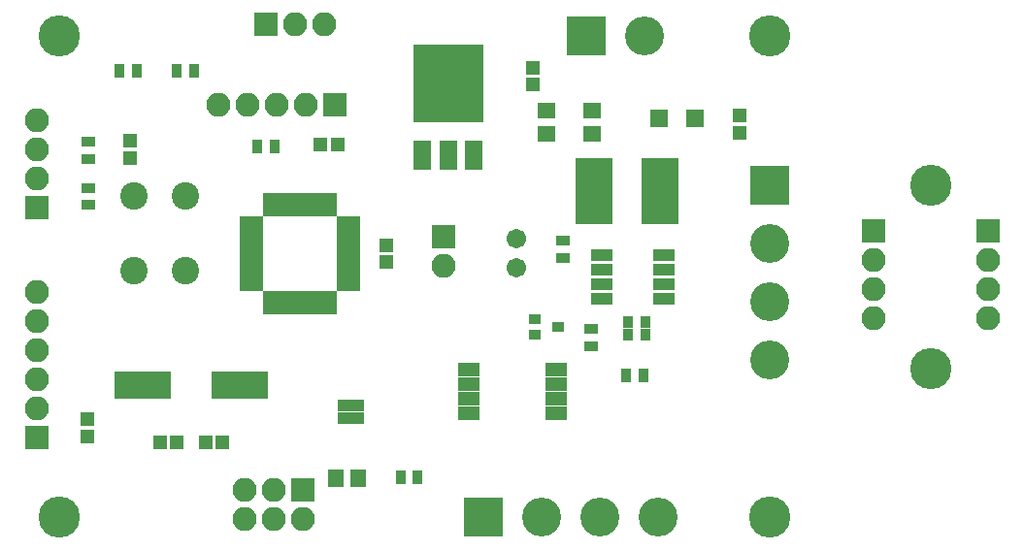
<source format=gts>
G04 #@! TF.FileFunction,Soldermask,Top*
%FSLAX46Y46*%
G04 Gerber Fmt 4.6, Leading zero omitted, Abs format (unit mm)*
G04 Created by KiCad (PCBNEW 4.0.1-stable) date 2019/02/18 22:31:54*
%MOMM*%
G01*
G04 APERTURE LIST*
%ADD10C,0.100000*%
%ADD11C,3.600000*%
%ADD12R,1.150000X1.200000*%
%ADD13R,1.200000X1.150000*%
%ADD14R,1.650000X1.400000*%
%ADD15R,1.400000X1.650000*%
%ADD16R,1.520000X1.620000*%
%ADD17R,0.900000X1.000000*%
%ADD18R,3.300000X5.850000*%
%ADD19R,1.925000X1.050000*%
%ADD20R,2.100000X2.100000*%
%ADD21O,2.100000X2.100000*%
%ADD22C,3.400000*%
%ADD23R,3.400000X3.400000*%
%ADD24R,1.100000X0.850000*%
%ADD25R,1.300000X0.900000*%
%ADD26R,0.900000X1.300000*%
%ADD27R,0.800000X1.000000*%
%ADD28R,0.700000X1.000000*%
%ADD29R,1.825000X1.150000*%
%ADD30C,2.400000*%
%ADD31R,4.900000X2.400000*%
%ADD32R,2.000000X0.950000*%
%ADD33R,0.950000X2.000000*%
%ADD34R,1.600000X2.600000*%
%ADD35R,6.200000X6.800000*%
%ADD36C,1.703000*%
G04 APERTURE END LIST*
D10*
D11*
X80000000Y33000000D03*
X80000000Y17000000D03*
X66000000Y46000000D03*
X4000000Y46000000D03*
X4000000Y4000000D03*
D12*
X32500000Y27750000D03*
X32500000Y26250000D03*
X6400000Y11050000D03*
X6400000Y12550000D03*
D13*
X26750000Y36500000D03*
X28250000Y36500000D03*
D12*
X10200000Y36850000D03*
X10200000Y35350000D03*
D14*
X46500000Y37500000D03*
X46500000Y39500000D03*
X50500000Y37500000D03*
X50500000Y39500000D03*
D12*
X45300000Y41750000D03*
X45300000Y43250000D03*
D13*
X14250000Y10500000D03*
X12750000Y10500000D03*
X16750000Y10500000D03*
X18250000Y10500000D03*
D15*
X30100000Y7400000D03*
X28100000Y7400000D03*
D12*
X63300000Y39050000D03*
X63300000Y37550000D03*
D16*
X56350000Y38800000D03*
X59450000Y38800000D03*
D17*
X53600000Y21050000D03*
X53600000Y19950000D03*
X55100000Y21050000D03*
X55100000Y19950000D03*
D18*
X56390000Y32500000D03*
X50610000Y32500000D03*
D19*
X51288000Y26905000D03*
X51288000Y25635000D03*
X51288000Y24365000D03*
X51288000Y23095000D03*
X56712000Y23095000D03*
X56712000Y24365000D03*
X56712000Y25635000D03*
X56712000Y26905000D03*
D20*
X2000000Y31000000D03*
D21*
X2000000Y33540000D03*
X2000000Y36080000D03*
X2000000Y38620000D03*
D20*
X2000000Y11000000D03*
D21*
X2000000Y13540000D03*
X2000000Y16080000D03*
X2000000Y18620000D03*
X2000000Y21160000D03*
X2000000Y23700000D03*
D22*
X66000000Y27920000D03*
X66000000Y22840000D03*
D23*
X66000000Y33000000D03*
D22*
X66000000Y17760000D03*
X46080000Y4000000D03*
X51160000Y4000000D03*
D23*
X41000000Y4000000D03*
D22*
X56240000Y4000000D03*
D20*
X28000000Y40000000D03*
D21*
X25460000Y40000000D03*
X22920000Y40000000D03*
X20380000Y40000000D03*
X17840000Y40000000D03*
D23*
X50000000Y46000000D03*
D22*
X55080000Y46000000D03*
D20*
X37500000Y28500000D03*
D21*
X37500000Y25960000D03*
D24*
X45500000Y21250000D03*
X45500000Y19950000D03*
X47500000Y20600000D03*
D25*
X6500000Y31250000D03*
X6500000Y32750000D03*
X6500000Y35250000D03*
X6500000Y36750000D03*
X47900000Y28150000D03*
X47900000Y26650000D03*
X50400000Y20450000D03*
X50400000Y18950000D03*
D26*
X53450000Y16400000D03*
X54950000Y16400000D03*
X35250000Y7500000D03*
X33750000Y7500000D03*
X21250000Y36400000D03*
X22750000Y36400000D03*
D27*
X30200000Y13750000D03*
D28*
X29650000Y13750000D03*
X29150000Y13750000D03*
D27*
X28600000Y13750000D03*
X28600000Y12650000D03*
D28*
X29150000Y12650000D03*
X29650000Y12650000D03*
D27*
X30200000Y12650000D03*
D29*
X39688000Y16905000D03*
X39688000Y15635000D03*
X39688000Y14365000D03*
X39688000Y13095000D03*
X47312000Y13095000D03*
X47312000Y14365000D03*
X47312000Y15635000D03*
X47312000Y16905000D03*
D30*
X15000000Y25500000D03*
X10500000Y25500000D03*
X15000000Y32000000D03*
X10500000Y32000000D03*
D31*
X11250000Y15500000D03*
X19750000Y15500000D03*
D32*
X20750000Y29800000D03*
X20750000Y29000000D03*
X20750000Y28200000D03*
X20750000Y27400000D03*
X20750000Y26600000D03*
X20750000Y25800000D03*
X20750000Y25000000D03*
X20750000Y24200000D03*
D33*
X22200000Y22750000D03*
X23000000Y22750000D03*
X23800000Y22750000D03*
X24600000Y22750000D03*
X25400000Y22750000D03*
X26200000Y22750000D03*
X27000000Y22750000D03*
X27800000Y22750000D03*
D32*
X29250000Y24200000D03*
X29250000Y25000000D03*
X29250000Y25800000D03*
X29250000Y26600000D03*
X29250000Y27400000D03*
X29250000Y28200000D03*
X29250000Y29000000D03*
X29250000Y29800000D03*
D33*
X27800000Y31250000D03*
X27000000Y31250000D03*
X26200000Y31250000D03*
X25400000Y31250000D03*
X24600000Y31250000D03*
X23800000Y31250000D03*
X23000000Y31250000D03*
X22200000Y31250000D03*
D11*
X66000000Y4000000D03*
D34*
X35620000Y35600000D03*
X37900000Y35600000D03*
X40180000Y35600000D03*
D35*
X37900000Y41900000D03*
D36*
X43900000Y25800000D03*
X43900000Y28340000D03*
D20*
X75000000Y29000000D03*
D21*
X75000000Y26460000D03*
X75000000Y23920000D03*
X75000000Y21380000D03*
D20*
X85000000Y29000000D03*
D21*
X85000000Y26460000D03*
X85000000Y23920000D03*
X85000000Y21380000D03*
D20*
X25200000Y6400000D03*
D21*
X25200000Y3860000D03*
X22660000Y6400000D03*
X22660000Y3860000D03*
X20120000Y6400000D03*
X20120000Y3860000D03*
D20*
X22000000Y47000000D03*
D21*
X24540000Y47000000D03*
X27080000Y47000000D03*
D26*
X10750000Y43000000D03*
X9250000Y43000000D03*
X14250000Y43000000D03*
X15750000Y43000000D03*
M02*

</source>
